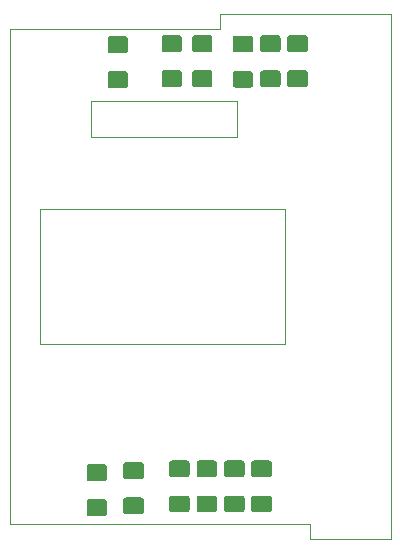
<source format=gbr>
G04 #@! TF.GenerationSoftware,KiCad,Pcbnew,6.0.0-unknown-bc26ccf~86~ubuntu18.04.1*
G04 #@! TF.CreationDate,2019-06-18T13:40:17+01:00*
G04 #@! TF.ProjectId,mouse8,6d6f7573-6538-42e6-9b69-6361645f7063,rev?*
G04 #@! TF.SameCoordinates,Original*
G04 #@! TF.FileFunction,Paste,Top*
G04 #@! TF.FilePolarity,Positive*
%FSLAX46Y46*%
G04 Gerber Fmt 4.6, Leading zero omitted, Abs format (unit mm)*
G04 Created by KiCad (PCBNEW 6.0.0-unknown-bc26ccf~86~ubuntu18.04.1) date 2019-06-18 13:40:17*
%MOMM*%
%LPD*%
G04 APERTURE LIST*
%ADD10C,0.050000*%
%ADD11C,0.100000*%
%ADD12C,1.425000*%
G04 APERTURE END LIST*
D10*
X171653200Y-70916800D02*
X159308800Y-70916800D01*
X184632600Y-63500000D02*
X170180000Y-63500000D01*
X184632600Y-107950000D02*
X177800000Y-107950000D01*
X184632600Y-63500000D02*
X184632600Y-107950000D01*
X154940000Y-91440000D02*
X175717200Y-91440000D01*
X154940000Y-80010000D02*
X175717200Y-80010000D01*
X159308800Y-70916800D02*
X159308800Y-73914000D01*
X171653200Y-73914000D02*
X171653200Y-70916800D01*
X159308800Y-73914000D02*
X171653200Y-73914000D01*
X177800000Y-106680000D02*
X177800000Y-107950000D01*
X152400000Y-106680000D02*
X177800000Y-106680000D01*
X170180000Y-64770000D02*
X152400000Y-64770000D01*
X170180000Y-63500000D02*
X170180000Y-64770000D01*
X154940000Y-91440000D02*
X154940000Y-90805000D01*
X175717200Y-91440000D02*
X175717200Y-90805000D01*
X175717200Y-80010000D02*
X175717200Y-90805000D01*
X154940000Y-90805000D02*
X154940000Y-80010000D01*
X152400000Y-106680000D02*
X152400000Y-64770000D01*
D11*
G36*
X160486671Y-104629230D02*
G01*
X160567777Y-104683423D01*
X160621970Y-104764529D01*
X160641000Y-104860200D01*
X160641000Y-105785200D01*
X160621970Y-105880871D01*
X160567777Y-105961977D01*
X160486671Y-106016170D01*
X160391000Y-106035200D01*
X159141000Y-106035200D01*
X159045329Y-106016170D01*
X158964223Y-105961977D01*
X158910030Y-105880871D01*
X158891000Y-105785200D01*
X158891000Y-104860200D01*
X158910030Y-104764529D01*
X158964223Y-104683423D01*
X159045329Y-104629230D01*
X159141000Y-104610200D01*
X160391000Y-104610200D01*
X160486671Y-104629230D01*
X160486671Y-104629230D01*
G37*
D12*
X159766000Y-105322700D03*
D11*
G36*
X160486671Y-101654230D02*
G01*
X160567777Y-101708423D01*
X160621970Y-101789529D01*
X160641000Y-101885200D01*
X160641000Y-102810200D01*
X160621970Y-102905871D01*
X160567777Y-102986977D01*
X160486671Y-103041170D01*
X160391000Y-103060200D01*
X159141000Y-103060200D01*
X159045329Y-103041170D01*
X158964223Y-102986977D01*
X158910030Y-102905871D01*
X158891000Y-102810200D01*
X158891000Y-101885200D01*
X158910030Y-101789529D01*
X158964223Y-101708423D01*
X159045329Y-101654230D01*
X159141000Y-101635200D01*
X160391000Y-101635200D01*
X160486671Y-101654230D01*
X160486671Y-101654230D01*
G37*
D12*
X159766000Y-102347700D03*
D11*
G36*
X172856471Y-68358030D02*
G01*
X172937577Y-68412223D01*
X172991770Y-68493329D01*
X173010800Y-68589000D01*
X173010800Y-69514000D01*
X172991770Y-69609671D01*
X172937577Y-69690777D01*
X172856471Y-69744970D01*
X172760800Y-69764000D01*
X171510800Y-69764000D01*
X171415129Y-69744970D01*
X171334023Y-69690777D01*
X171279830Y-69609671D01*
X171260800Y-69514000D01*
X171260800Y-68589000D01*
X171279830Y-68493329D01*
X171334023Y-68412223D01*
X171415129Y-68358030D01*
X171510800Y-68339000D01*
X172760800Y-68339000D01*
X172856471Y-68358030D01*
X172856471Y-68358030D01*
G37*
D12*
X172135800Y-69051500D03*
D11*
G36*
X172856471Y-65383030D02*
G01*
X172937577Y-65437223D01*
X172991770Y-65518329D01*
X173010800Y-65614000D01*
X173010800Y-66539000D01*
X172991770Y-66634671D01*
X172937577Y-66715777D01*
X172856471Y-66769970D01*
X172760800Y-66789000D01*
X171510800Y-66789000D01*
X171415129Y-66769970D01*
X171334023Y-66715777D01*
X171279830Y-66634671D01*
X171260800Y-66539000D01*
X171260800Y-65614000D01*
X171279830Y-65518329D01*
X171334023Y-65437223D01*
X171415129Y-65383030D01*
X171510800Y-65364000D01*
X172760800Y-65364000D01*
X172856471Y-65383030D01*
X172856471Y-65383030D01*
G37*
D12*
X172135800Y-66076500D03*
D11*
G36*
X172119871Y-101349430D02*
G01*
X172200977Y-101403623D01*
X172255170Y-101484729D01*
X172274200Y-101580400D01*
X172274200Y-102505400D01*
X172255170Y-102601071D01*
X172200977Y-102682177D01*
X172119871Y-102736370D01*
X172024200Y-102755400D01*
X170774200Y-102755400D01*
X170678529Y-102736370D01*
X170597423Y-102682177D01*
X170543230Y-102601071D01*
X170524200Y-102505400D01*
X170524200Y-101580400D01*
X170543230Y-101484729D01*
X170597423Y-101403623D01*
X170678529Y-101349430D01*
X170774200Y-101330400D01*
X172024200Y-101330400D01*
X172119871Y-101349430D01*
X172119871Y-101349430D01*
G37*
D12*
X171399200Y-102042900D03*
D11*
G36*
X172119871Y-104324430D02*
G01*
X172200977Y-104378623D01*
X172255170Y-104459729D01*
X172274200Y-104555400D01*
X172274200Y-105480400D01*
X172255170Y-105576071D01*
X172200977Y-105657177D01*
X172119871Y-105711370D01*
X172024200Y-105730400D01*
X170774200Y-105730400D01*
X170678529Y-105711370D01*
X170597423Y-105657177D01*
X170543230Y-105576071D01*
X170524200Y-105480400D01*
X170524200Y-104555400D01*
X170543230Y-104459729D01*
X170597423Y-104378623D01*
X170678529Y-104324430D01*
X170774200Y-104305400D01*
X172024200Y-104305400D01*
X172119871Y-104324430D01*
X172119871Y-104324430D01*
G37*
D12*
X171399200Y-105017900D03*
D11*
G36*
X163585471Y-101501830D02*
G01*
X163666577Y-101556023D01*
X163720770Y-101637129D01*
X163739800Y-101732800D01*
X163739800Y-102657800D01*
X163720770Y-102753471D01*
X163666577Y-102834577D01*
X163585471Y-102888770D01*
X163489800Y-102907800D01*
X162239800Y-102907800D01*
X162144129Y-102888770D01*
X162063023Y-102834577D01*
X162008830Y-102753471D01*
X161989800Y-102657800D01*
X161989800Y-101732800D01*
X162008830Y-101637129D01*
X162063023Y-101556023D01*
X162144129Y-101501830D01*
X162239800Y-101482800D01*
X163489800Y-101482800D01*
X163585471Y-101501830D01*
X163585471Y-101501830D01*
G37*
D12*
X162864800Y-102195300D03*
D11*
G36*
X163585471Y-104476830D02*
G01*
X163666577Y-104531023D01*
X163720770Y-104612129D01*
X163739800Y-104707800D01*
X163739800Y-105632800D01*
X163720770Y-105728471D01*
X163666577Y-105809577D01*
X163585471Y-105863770D01*
X163489800Y-105882800D01*
X162239800Y-105882800D01*
X162144129Y-105863770D01*
X162063023Y-105809577D01*
X162008830Y-105728471D01*
X161989800Y-105632800D01*
X161989800Y-104707800D01*
X162008830Y-104612129D01*
X162063023Y-104531023D01*
X162144129Y-104476830D01*
X162239800Y-104457800D01*
X163489800Y-104457800D01*
X163585471Y-104476830D01*
X163585471Y-104476830D01*
G37*
D12*
X162864800Y-105170300D03*
D11*
G36*
X174431271Y-104324430D02*
G01*
X174512377Y-104378623D01*
X174566570Y-104459729D01*
X174585600Y-104555400D01*
X174585600Y-105480400D01*
X174566570Y-105576071D01*
X174512377Y-105657177D01*
X174431271Y-105711370D01*
X174335600Y-105730400D01*
X173085600Y-105730400D01*
X172989929Y-105711370D01*
X172908823Y-105657177D01*
X172854630Y-105576071D01*
X172835600Y-105480400D01*
X172835600Y-104555400D01*
X172854630Y-104459729D01*
X172908823Y-104378623D01*
X172989929Y-104324430D01*
X173085600Y-104305400D01*
X174335600Y-104305400D01*
X174431271Y-104324430D01*
X174431271Y-104324430D01*
G37*
D12*
X173710600Y-105017900D03*
D11*
G36*
X174431271Y-101349430D02*
G01*
X174512377Y-101403623D01*
X174566570Y-101484729D01*
X174585600Y-101580400D01*
X174585600Y-102505400D01*
X174566570Y-102601071D01*
X174512377Y-102682177D01*
X174431271Y-102736370D01*
X174335600Y-102755400D01*
X173085600Y-102755400D01*
X172989929Y-102736370D01*
X172908823Y-102682177D01*
X172854630Y-102601071D01*
X172835600Y-102505400D01*
X172835600Y-101580400D01*
X172854630Y-101484729D01*
X172908823Y-101403623D01*
X172989929Y-101349430D01*
X173085600Y-101330400D01*
X174335600Y-101330400D01*
X174431271Y-101349430D01*
X174431271Y-101349430D01*
G37*
D12*
X173710600Y-102042900D03*
D11*
G36*
X169808471Y-104324430D02*
G01*
X169889577Y-104378623D01*
X169943770Y-104459729D01*
X169962800Y-104555400D01*
X169962800Y-105480400D01*
X169943770Y-105576071D01*
X169889577Y-105657177D01*
X169808471Y-105711370D01*
X169712800Y-105730400D01*
X168462800Y-105730400D01*
X168367129Y-105711370D01*
X168286023Y-105657177D01*
X168231830Y-105576071D01*
X168212800Y-105480400D01*
X168212800Y-104555400D01*
X168231830Y-104459729D01*
X168286023Y-104378623D01*
X168367129Y-104324430D01*
X168462800Y-104305400D01*
X169712800Y-104305400D01*
X169808471Y-104324430D01*
X169808471Y-104324430D01*
G37*
D12*
X169087800Y-105017900D03*
D11*
G36*
X169808471Y-101349430D02*
G01*
X169889577Y-101403623D01*
X169943770Y-101484729D01*
X169962800Y-101580400D01*
X169962800Y-102505400D01*
X169943770Y-102601071D01*
X169889577Y-102682177D01*
X169808471Y-102736370D01*
X169712800Y-102755400D01*
X168462800Y-102755400D01*
X168367129Y-102736370D01*
X168286023Y-102682177D01*
X168231830Y-102601071D01*
X168212800Y-102505400D01*
X168212800Y-101580400D01*
X168231830Y-101484729D01*
X168286023Y-101403623D01*
X168367129Y-101349430D01*
X168462800Y-101330400D01*
X169712800Y-101330400D01*
X169808471Y-101349430D01*
X169808471Y-101349430D01*
G37*
D12*
X169087800Y-102042900D03*
D11*
G36*
X167471671Y-104324430D02*
G01*
X167552777Y-104378623D01*
X167606970Y-104459729D01*
X167626000Y-104555400D01*
X167626000Y-105480400D01*
X167606970Y-105576071D01*
X167552777Y-105657177D01*
X167471671Y-105711370D01*
X167376000Y-105730400D01*
X166126000Y-105730400D01*
X166030329Y-105711370D01*
X165949223Y-105657177D01*
X165895030Y-105576071D01*
X165876000Y-105480400D01*
X165876000Y-104555400D01*
X165895030Y-104459729D01*
X165949223Y-104378623D01*
X166030329Y-104324430D01*
X166126000Y-104305400D01*
X167376000Y-104305400D01*
X167471671Y-104324430D01*
X167471671Y-104324430D01*
G37*
D12*
X166751000Y-105017900D03*
D11*
G36*
X167471671Y-101349430D02*
G01*
X167552777Y-101403623D01*
X167606970Y-101484729D01*
X167626000Y-101580400D01*
X167626000Y-102505400D01*
X167606970Y-102601071D01*
X167552777Y-102682177D01*
X167471671Y-102736370D01*
X167376000Y-102755400D01*
X166126000Y-102755400D01*
X166030329Y-102736370D01*
X165949223Y-102682177D01*
X165895030Y-102601071D01*
X165876000Y-102505400D01*
X165876000Y-101580400D01*
X165895030Y-101484729D01*
X165949223Y-101403623D01*
X166030329Y-101349430D01*
X166126000Y-101330400D01*
X167376000Y-101330400D01*
X167471671Y-101349430D01*
X167471671Y-101349430D01*
G37*
D12*
X166751000Y-102042900D03*
D11*
G36*
X166836671Y-68307230D02*
G01*
X166917777Y-68361423D01*
X166971970Y-68442529D01*
X166991000Y-68538200D01*
X166991000Y-69463200D01*
X166971970Y-69558871D01*
X166917777Y-69639977D01*
X166836671Y-69694170D01*
X166741000Y-69713200D01*
X165491000Y-69713200D01*
X165395329Y-69694170D01*
X165314223Y-69639977D01*
X165260030Y-69558871D01*
X165241000Y-69463200D01*
X165241000Y-68538200D01*
X165260030Y-68442529D01*
X165314223Y-68361423D01*
X165395329Y-68307230D01*
X165491000Y-68288200D01*
X166741000Y-68288200D01*
X166836671Y-68307230D01*
X166836671Y-68307230D01*
G37*
D12*
X166116000Y-69000700D03*
D11*
G36*
X166836671Y-65332230D02*
G01*
X166917777Y-65386423D01*
X166971970Y-65467529D01*
X166991000Y-65563200D01*
X166991000Y-66488200D01*
X166971970Y-66583871D01*
X166917777Y-66664977D01*
X166836671Y-66719170D01*
X166741000Y-66738200D01*
X165491000Y-66738200D01*
X165395329Y-66719170D01*
X165314223Y-66664977D01*
X165260030Y-66583871D01*
X165241000Y-66488200D01*
X165241000Y-65563200D01*
X165260030Y-65467529D01*
X165314223Y-65386423D01*
X165395329Y-65332230D01*
X165491000Y-65313200D01*
X166741000Y-65313200D01*
X166836671Y-65332230D01*
X166836671Y-65332230D01*
G37*
D12*
X166116000Y-66025700D03*
D11*
G36*
X175167871Y-68332630D02*
G01*
X175248977Y-68386823D01*
X175303170Y-68467929D01*
X175322200Y-68563600D01*
X175322200Y-69488600D01*
X175303170Y-69584271D01*
X175248977Y-69665377D01*
X175167871Y-69719570D01*
X175072200Y-69738600D01*
X173822200Y-69738600D01*
X173726529Y-69719570D01*
X173645423Y-69665377D01*
X173591230Y-69584271D01*
X173572200Y-69488600D01*
X173572200Y-68563600D01*
X173591230Y-68467929D01*
X173645423Y-68386823D01*
X173726529Y-68332630D01*
X173822200Y-68313600D01*
X175072200Y-68313600D01*
X175167871Y-68332630D01*
X175167871Y-68332630D01*
G37*
D12*
X174447200Y-69026100D03*
D11*
G36*
X175167871Y-65357630D02*
G01*
X175248977Y-65411823D01*
X175303170Y-65492929D01*
X175322200Y-65588600D01*
X175322200Y-66513600D01*
X175303170Y-66609271D01*
X175248977Y-66690377D01*
X175167871Y-66744570D01*
X175072200Y-66763600D01*
X173822200Y-66763600D01*
X173726529Y-66744570D01*
X173645423Y-66690377D01*
X173591230Y-66609271D01*
X173572200Y-66513600D01*
X173572200Y-65588600D01*
X173591230Y-65492929D01*
X173645423Y-65411823D01*
X173726529Y-65357630D01*
X173822200Y-65338600D01*
X175072200Y-65338600D01*
X175167871Y-65357630D01*
X175167871Y-65357630D01*
G37*
D12*
X174447200Y-66051100D03*
D11*
G36*
X162264671Y-65419530D02*
G01*
X162345777Y-65473723D01*
X162399970Y-65554829D01*
X162419000Y-65650500D01*
X162419000Y-66575500D01*
X162399970Y-66671171D01*
X162345777Y-66752277D01*
X162264671Y-66806470D01*
X162169000Y-66825500D01*
X160919000Y-66825500D01*
X160823329Y-66806470D01*
X160742223Y-66752277D01*
X160688030Y-66671171D01*
X160669000Y-66575500D01*
X160669000Y-65650500D01*
X160688030Y-65554829D01*
X160742223Y-65473723D01*
X160823329Y-65419530D01*
X160919000Y-65400500D01*
X162169000Y-65400500D01*
X162264671Y-65419530D01*
X162264671Y-65419530D01*
G37*
D12*
X161544000Y-66113000D03*
D11*
G36*
X162264671Y-68394530D02*
G01*
X162345777Y-68448723D01*
X162399970Y-68529829D01*
X162419000Y-68625500D01*
X162419000Y-69550500D01*
X162399970Y-69646171D01*
X162345777Y-69727277D01*
X162264671Y-69781470D01*
X162169000Y-69800500D01*
X160919000Y-69800500D01*
X160823329Y-69781470D01*
X160742223Y-69727277D01*
X160688030Y-69646171D01*
X160669000Y-69550500D01*
X160669000Y-68625500D01*
X160688030Y-68529829D01*
X160742223Y-68448723D01*
X160823329Y-68394530D01*
X160919000Y-68375500D01*
X162169000Y-68375500D01*
X162264671Y-68394530D01*
X162264671Y-68394530D01*
G37*
D12*
X161544000Y-69088000D03*
D11*
G36*
X169402071Y-65332230D02*
G01*
X169483177Y-65386423D01*
X169537370Y-65467529D01*
X169556400Y-65563200D01*
X169556400Y-66488200D01*
X169537370Y-66583871D01*
X169483177Y-66664977D01*
X169402071Y-66719170D01*
X169306400Y-66738200D01*
X168056400Y-66738200D01*
X167960729Y-66719170D01*
X167879623Y-66664977D01*
X167825430Y-66583871D01*
X167806400Y-66488200D01*
X167806400Y-65563200D01*
X167825430Y-65467529D01*
X167879623Y-65386423D01*
X167960729Y-65332230D01*
X168056400Y-65313200D01*
X169306400Y-65313200D01*
X169402071Y-65332230D01*
X169402071Y-65332230D01*
G37*
D12*
X168681400Y-66025700D03*
D11*
G36*
X169402071Y-68307230D02*
G01*
X169483177Y-68361423D01*
X169537370Y-68442529D01*
X169556400Y-68538200D01*
X169556400Y-69463200D01*
X169537370Y-69558871D01*
X169483177Y-69639977D01*
X169402071Y-69694170D01*
X169306400Y-69713200D01*
X168056400Y-69713200D01*
X167960729Y-69694170D01*
X167879623Y-69639977D01*
X167825430Y-69558871D01*
X167806400Y-69463200D01*
X167806400Y-68538200D01*
X167825430Y-68442529D01*
X167879623Y-68361423D01*
X167960729Y-68307230D01*
X168056400Y-68288200D01*
X169306400Y-68288200D01*
X169402071Y-68307230D01*
X169402071Y-68307230D01*
G37*
D12*
X168681400Y-69000700D03*
D11*
G36*
X177479271Y-65332230D02*
G01*
X177560377Y-65386423D01*
X177614570Y-65467529D01*
X177633600Y-65563200D01*
X177633600Y-66488200D01*
X177614570Y-66583871D01*
X177560377Y-66664977D01*
X177479271Y-66719170D01*
X177383600Y-66738200D01*
X176133600Y-66738200D01*
X176037929Y-66719170D01*
X175956823Y-66664977D01*
X175902630Y-66583871D01*
X175883600Y-66488200D01*
X175883600Y-65563200D01*
X175902630Y-65467529D01*
X175956823Y-65386423D01*
X176037929Y-65332230D01*
X176133600Y-65313200D01*
X177383600Y-65313200D01*
X177479271Y-65332230D01*
X177479271Y-65332230D01*
G37*
D12*
X176758600Y-66025700D03*
D11*
G36*
X177479271Y-68307230D02*
G01*
X177560377Y-68361423D01*
X177614570Y-68442529D01*
X177633600Y-68538200D01*
X177633600Y-69463200D01*
X177614570Y-69558871D01*
X177560377Y-69639977D01*
X177479271Y-69694170D01*
X177383600Y-69713200D01*
X176133600Y-69713200D01*
X176037929Y-69694170D01*
X175956823Y-69639977D01*
X175902630Y-69558871D01*
X175883600Y-69463200D01*
X175883600Y-68538200D01*
X175902630Y-68442529D01*
X175956823Y-68361423D01*
X176037929Y-68307230D01*
X176133600Y-68288200D01*
X177383600Y-68288200D01*
X177479271Y-68307230D01*
X177479271Y-68307230D01*
G37*
D12*
X176758600Y-69000700D03*
M02*

</source>
